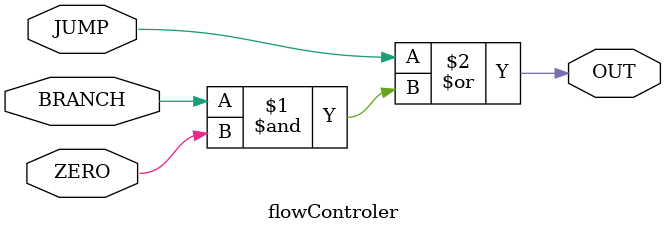
<source format=v>

`timescale 1ns/100ps

module JumpBranch(PC, OFFSET, NEWPC);

    //Input ports
    input [31:0] PC;
    input [7:0] OFFSET;

    //Output port
    output [31:0] NEWPC;

    wire [21:0] first22Bits;

    //Sign extending upto 28 bits
    //8th bit's value has extended
    assign first22Bits = {22{OFFSET[7]}};

    //Get the jamp or branch address by multiplying the sign extended address by 4
    assign #2 NEWPC = PC + {first22Bits, OFFSET, 2'b0};

endmodule


//Flow controller module to select the jump or branch address for next pc 
module flowControler(JUMP, BRANCH, ZERO, OUT);

    input JUMP, BRANCH, ZERO;
    output OUT;

    assign OUT = JUMP | (BRANCH & ZERO);

endmodule
</source>
